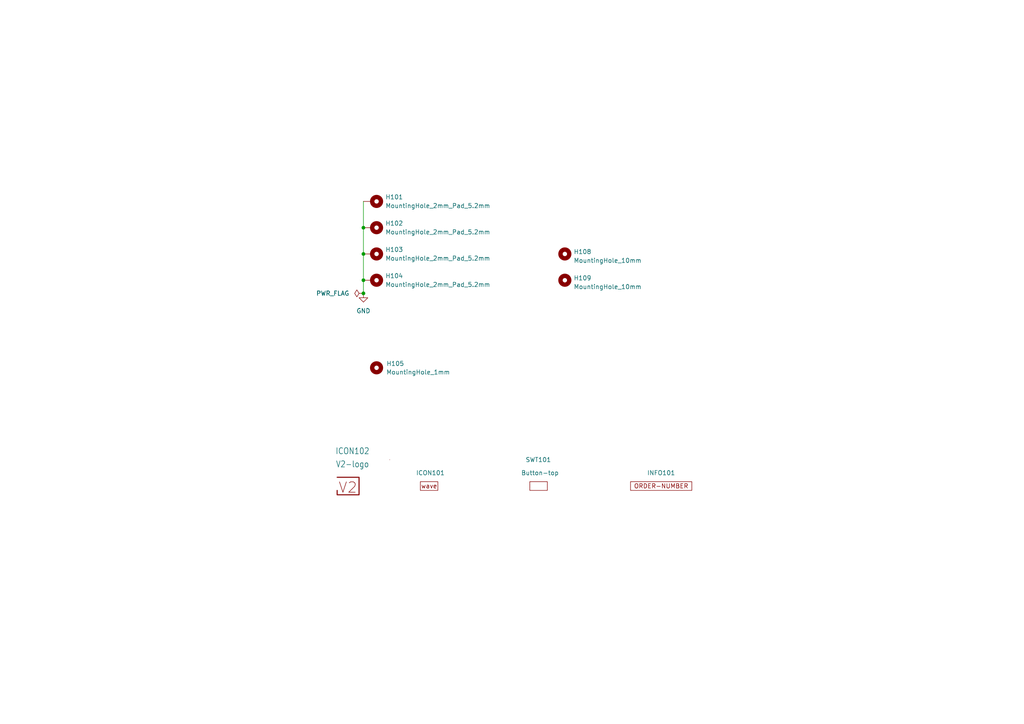
<source format=kicad_sch>
(kicad_sch (version 20230121) (generator eeschema)
  (paper "A4")
  (title_block (title "V2 wave") (date "2023-05-07") (rev "0") (company "Versio Duo") (comment 1 "Cover"))
  (lib_symbols
    (symbol "V2_Artwork:Board_wave" (in_bom no)
      (property "Reference" "ICON" (at 0 2.54 0))
      (symbol "Board_wave_0_0"
        (rectangle (start -11.43 7.62) (end -11.43 7.62))
        (rectangle (start 2.54 -1.27) (end -2.54 1.27))
      )
      (symbol "Board_wave_1_0"
        (text "wave" (at 0 0 0) (effects (font (size 1.27 1.27))))
      )
    )
    (symbol "V2_Artwork:V2-logo" (in_bom no)
      (property "Reference" "ICON" (at -3.81 2.54 0))
      (symbol "V2-logo_1_0"
        (polyline (pts (xy -3.81 1.27) (xy 2.54 1.27) (xy 2.54 -3.81) (xy -3.81 -3.81) (xy -3.81 -2.54)) (stroke (width 0.3)))
        (text "V2" (at -0.7135 -1.6753 0) (effects (font (size 3 3))))
      )
    )
    (symbol "V2_Mechanical:MountingHole_10mm" (pin_names (offset 1.016)) (in_bom no)
      (property "Reference" "H" (at 0 5.08 0))
      (property "Value" "MountingHole_10mm" (at 0 3.175 0))
      (symbol "MountingHole_10mm_0_1"
        (circle (center 0 0) (radius 1.27) (stroke (width 1.27)))
      )
    )
    (symbol "V2_Mechanical:MountingHole_1mm" (pin_names (offset 1.016)) (in_bom no)
      (property "Reference" "H" (at 0 5.08 0))
      (property "Value" "MountingHole_1mm" (at 0 3.175 0))
      (symbol "MountingHole_1mm_0_1"
        (circle (center 0 0) (radius 1.27) (stroke (width 1.27)))
      )
    )
    (symbol "V2_Mechanical:MountingHole_2mm_Pad_5.2mm" (pin_numbers hide) (pin_names (offset 1.016) hide) (in_bom no)
      (property "Reference" "H" (at 0 6.35 0))
      (property "Value" "MountingHole_2mm_Pad_5.2mm" (at 0 4.445 0))
      (symbol "MountingHole_2mm_Pad_5.2mm_0_1"
        (circle (center 0 1.27) (radius 1.27) (stroke (width 1.27)))
      )
      (symbol "MountingHole_2mm_Pad_5.2mm_1_1"
        (pin input line (at 0 -2.54 90) (length 2.54) (name "1") (number "1"))
      )
    )
    (symbol "V2_PCB_Devices:Button-top" (in_bom no)
      (property "Reference" "SWT1" (at 3.81 1.2701 0))
      (property "Value" "Button-top" (at 3.81 -1.2699 0))
      (symbol "Button-top_0_1"
        (rectangle (start -2.54 1.27) (end 2.54 -1.27))
      )
    )
    (symbol "V2_Production:Order_Number" (in_bom no)
      (property "Reference" "INFO" (at 0 2.54 0))
      (symbol "Order_Number_0_0"
        (text "ORDER-NUMBER" (at 0 0 0) (effects (font (size 1.27 1.27))))
      )
      (symbol "Order_Number_0_1"
        (rectangle (start -8.89 1.27) (end 8.89 -1.27))
      )
    )
    (symbol "power:GND" (power) (pin_names (offset 0))
      (property "Value" "GND" (at 0 -3.81 0))
      (symbol "GND_0_1"
        (polyline (pts (xy 0 0) (xy 0 -1.27) (xy 1.27 -1.27) (xy 0 -2.54) (xy -1.27 -1.27) (xy 0 -1.27)))
      )
      (symbol "GND_1_1"
        (pin power_in line (at 0 0 270) (length 0) hide (name "GND") (number "1"))
      )
    )
    (symbol "power:PWR_FLAG" (power) (pin_numbers hide) (pin_names (offset 0) hide)
      (property "Value" "PWR_FLAG" (at 0 3.81 0))
      (symbol "PWR_FLAG_0_0"
        (pin power_out line (at 0 0 90) (length 0) (name "pwr") (number "1"))
      )
      (symbol "PWR_FLAG_0_1"
        (polyline (pts (xy 0 0) (xy 0 1.27) (xy -1.016 1.905) (xy 0 2.54) (xy 1.016 1.905) (xy 0 1.27)))
      )
    )
  )
  (junction (at 105.41 73.66))
  (junction (at 105.41 81.28))
  (junction (at 105.41 85.09))
  (junction (at 105.41 66.04))
  (wire (pts (xy 105.41 73.66) (xy 105.41 81.28)))
  (wire (pts (xy 105.41 58.42) (xy 105.41 66.04)))
  (wire (pts (xy 105.41 81.28) (xy 105.41 85.09)))
  (wire (pts (xy 105.41 66.04) (xy 105.41 73.66)))
  (symbol (lib_id "power:GND") (at 105.41 85.09 0) (unit 1)
    (property "Reference" "#PWR0101" (effects hide))
    (property "Value" "GND" (at 105.41 90.17 0))
  )
  (symbol (lib_id "V2_Mechanical:MountingHole_2mm_Pad_5.2mm") (at 107.95 66.04 270) (unit 1) (in_bom no)
    (property "Reference" "H102" (at 111.76 64.7699 90) (effects (justify left)))
    (property "Value" "MountingHole_2mm_Pad_5.2mm" (at 111.76 67.3099 90) (effects (justify left)))
    (property "Footprint" "V2_Mechanical:Mounting_Hole_2mm_Pad_5.2mm" (effects hide))
    (property "Sim.Enable" "0" (effects hide))
  )
  (symbol (lib_id "V2_Artwork:Board_wave") (at 124.46 140.97 0) (unit 1) (in_bom no)
    (property "Reference" "ICON101" (at 120.65 137.16 0) (effects (justify left)))
    (property "Value" "Board_wave" (effects hide))
    (property "Footprint" "V2_Artwork:Board_wave_Small" (effects hide))
    (property "Sim.Enable" "0" (effects hide))
  )
  (symbol (lib_id "V2_Production:Order_Number") (at 191.77 140.97 0) (unit 1) (in_bom no)
    (property "Reference" "INFO101" (at 191.77 137.16 0))
    (property "Value" "ORDER-NUMBER" (effects hide))
    (property "Footprint" "V2_Production:Order_Number" (effects hide))
    (property "Sim.Enable" "0" (effects hide))
  )
  (symbol (lib_id "V2_Mechanical:MountingHole_10mm") (at 163.83 73.66 270) (unit 1) (in_bom no)
    (property "Reference" "H108" (at 166.37 73.025 90) (effects (justify left)))
    (property "Value" "MountingHole_10mm" (at 166.37 75.565 90) (effects (justify left)))
    (property "Footprint" "V2_Mechanical:MountingHole_10mm" (effects hide))
    (property "Sim.Enable" "0" (effects hide))
  )
  (symbol (lib_id "V2_PCB_Devices:Button-top") (at 156.21 140.97 0) (unit 1) (in_bom no)
    (property "Reference" "SWT101" (at 152.4 133.3499 0) (effects (justify left)))
    (property "Value" "Button-top" (at 151.13 137.1599 0) (effects (justify left)))
    (property "Footprint" "V2_PCB_Devices:PCB_Button-top" (effects hide))
    (property "Sim.Enable" "0" (effects hide))
  )
  (symbol (lib_id "V2_Mechanical:MountingHole_2mm_Pad_5.2mm") (at 107.95 81.28 270) (unit 1) (in_bom no)
    (property "Reference" "H104" (at 111.76 80.0099 90) (effects (justify left)))
    (property "Value" "MountingHole_2mm_Pad_5.2mm" (at 111.76 82.5499 90) (effects (justify left)))
    (property "Footprint" "V2_Mechanical:Mounting_Hole_2mm_Pad_5.2mm" (effects hide))
    (property "Sim.Enable" "0" (effects hide))
  )
  (symbol (lib_id "V2_Mechanical:MountingHole_10mm") (at 163.83 81.28 270) (unit 1) (in_bom no)
    (property "Reference" "H109" (at 166.37 80.645 90) (effects (justify left)))
    (property "Value" "MountingHole_10mm" (at 166.37 83.185 90) (effects (justify left)))
    (property "Footprint" "V2_Mechanical:MountingHole_10mm" (effects hide))
    (property "Sim.Enable" "0" (effects hide))
  )
  (symbol (lib_id "V2_Mechanical:MountingHole_2mm_Pad_5.2mm") (at 107.95 58.42 270) (unit 1) (in_bom no)
    (property "Reference" "H101" (at 111.76 57.1499 90) (effects (justify left)))
    (property "Value" "MountingHole_2mm_Pad_5.2mm" (at 127 59.6899 90))
    (property "Footprint" "V2_Mechanical:Mounting_Hole_2mm_Pad_5.2mm" (effects hide))
    (property "Sim.Enable" "0" (effects hide))
  )
  (symbol (lib_id "power:PWR_FLAG") (at 105.41 85.09 90) (unit 1)
    (property "Reference" "#FLG0101" (effects hide))
    (property "Value" "PWR_FLAG" (at 96.52 85.09 90))
  )
  (symbol (lib_id "V2_Mechanical:MountingHole_1mm") (at 109.22 106.68 0) (unit 1) (in_bom no)
    (property "Reference" "H105" (at 112.0577 105.4569 0) (effects (justify left)))
    (property "Value" "MountingHole_1mm" (at 121.285 107.95 0))
    (property "Footprint" "V2_Mechanical:MountingHole_1mm" (effects hide))
    (property "Sim.Enable" "0" (effects hide))
  )
  (symbol (lib_id "V2_Artwork:V2-logo") (at 101.6 139.7 0) (unit 1) (in_bom no)
    (property "Reference" "ICON102" (at 102.235 130.81 0) (effects (font (size 1.778 1.5113))))
    (property "Value" "V2-logo" (at 102.235 134.62 0) (effects (font (size 1.778 1.5113))))
    (property "Footprint" "V2_Artwork:Logo_Small" (effects hide))
    (property "Sim.Enable" "0" (effects hide))
  )
  (symbol (lib_id "V2_Mechanical:MountingHole_2mm_Pad_5.2mm") (at 107.95 73.66 270) (unit 1) (in_bom no)
    (property "Reference" "H103" (at 111.76 72.3899 90) (effects (justify left)))
    (property "Value" "MountingHole_2mm_Pad_5.2mm" (at 111.76 74.9299 90) (effects (justify left)))
    (property "Footprint" "V2_Mechanical:Mounting_Hole_2mm_Pad_5.2mm" (effects hide))
    (property "Sim.Enable" "0" (effects hide))
  )
)
</source>
